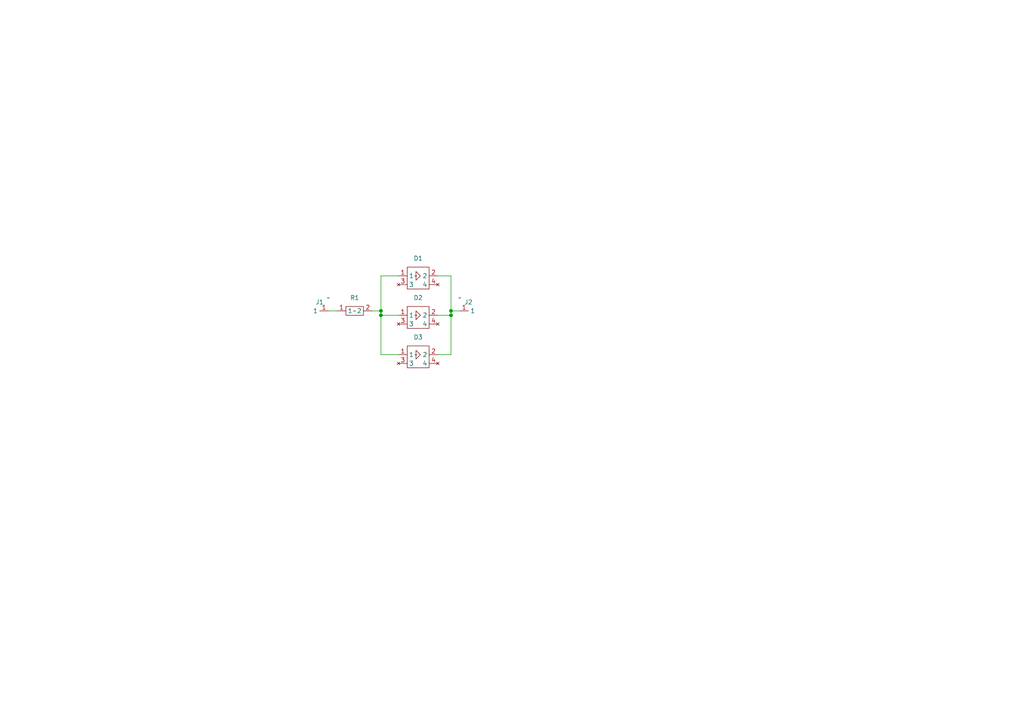
<source format=kicad_sch>
(kicad_sch (version 20230121) (generator eeschema)
  (paper "A4")
  (lib_symbols
    (symbol "LY_E65F-DAEA-35-3B5A-50-R33-Z_1"
      (property "Reference" "D" (at -1.27 3.81 0))
      (symbol "LY_E65F-DAEA-35-3B5A-50-R33-Z_1_0_1"
        (rectangle (start -2.54 2.54) (end 3.81 -3.81))
        (polyline (pts (xy 1.27 0) (xy 0 -1.27) (xy 0 1.27) (xy 1.27 0)))
      )
      (symbol "LY_E65F-DAEA-35-3B5A-50-R33-Z_1_1_1"
        (pin input line (at -5.08 0 0) (length 2.54) (name "1") (number "1"))
        (pin input line (at 6.35 0 180) (length 2.54) (name "2") (number "2"))
        (pin no_connect line (at -5.08 -2.54 0) (length 2.54) (name "3") (number "3"))
        (pin no_connect line (at 6.35 -2.54 180) (length 2.54) (name "4") (number "4"))
      )
    )
    (symbol "Star-Library:ERJP03J220V"
      (property "Reference" "R" (at 0 2.54 0))
      (symbol "ERJP03J220V_0_1"
        (rectangle (start -2.54 1.27) (end 2.54 -1.27))
      )
      (symbol "ERJP03J220V_1_1"
        (pin bidirectional line (at -5.08 0 0) (length 2.54) (name "1") (number "1"))
        (pin bidirectional line (at 5.08 0 180) (length 2.54) (name "2") (number "2"))
      )
    )
    (symbol "Star-Library:EST026"
      (property "Reference" "J" (at 0 0 0))
      (symbol "EST026_1_1"
        (pin input line (at 0 -3.81 180) (length 2.54) (name "1") (number "1"))
      )
    )
  )
  (junction (at 130.81 91.44))
  (junction (at 130.81 90.17))
  (junction (at 110.49 90.17))
  (junction (at 110.49 91.44))
  (wire (pts (xy 130.81 90.17) (xy 130.81 91.44)))
  (wire (pts (xy 127 80.01) (xy 130.81 80.01)))
  (wire (pts (xy 110.49 80.01) (xy 110.49 90.17)))
  (wire (pts (xy 130.81 90.17) (xy 133.35 90.17)))
  (wire (pts (xy 127 102.87) (xy 130.81 102.87)))
  (wire (pts (xy 110.49 91.44) (xy 115.57 91.44)))
  (wire (pts (xy 110.49 90.17) (xy 110.49 91.44)))
  (wire (pts (xy 127 91.44) (xy 130.81 91.44)))
  (wire (pts (xy 110.49 91.44) (xy 110.49 102.87)))
  (wire (pts (xy 130.81 91.44) (xy 130.81 102.87)))
  (wire (pts (xy 107.95 90.17) (xy 110.49 90.17)))
  (wire (pts (xy 115.57 102.87) (xy 110.49 102.87)))
  (wire (pts (xy 110.49 80.01) (xy 115.57 80.01)))
  (wire (pts (xy 130.81 80.01) (xy 130.81 90.17)))
  (wire (pts (xy 95.25 90.17) (xy 97.79 90.17)))
  (symbol (lib_name "LY_E65F-DAEA-35-3B5A-50-R33-Z_1") (lib_id "Star-Library:LY_E65F-DAEA-35-3B5A-50-R33-Z") (at 120.65 102.87 0) (unit 1)
    (property "Reference" "D3" (at 121.285 97.79 0))
    (property "Value" "~" (at 120.65 102.87 0))
    (property "Footprint" "Star-Library:LY_E65F-DAEA-35-3B5A-50-R33-Z" (effects hide))
  )
  (symbol (lib_id "Star-Library:EST026") (at 95.25 86.36 0) (unit 1)
    (property "Reference" "J1" (at 92.71 87.63 0))
    (property "Value" "~" (at 95.25 86.36 0))
    (property "Footprint" "Star-Library:EST026" (effects hide))
  )
  (symbol (lib_id "Star-Library:EST026") (at 133.35 86.36 0) (mirror y) (unit 1)
    (property "Reference" "J2" (at 135.89 87.63 0))
    (property "Value" "~" (at 133.35 86.36 0))
    (property "Footprint" "Star-Library:EST026" (effects hide))
  )
  (symbol (lib_name "LY_E65F-DAEA-35-3B5A-50-R33-Z_1") (lib_id "Star-Library:LY_E65F-DAEA-35-3B5A-50-R33-Z") (at 120.65 91.44 0) (unit 1)
    (property "Reference" "D2" (at 121.285 86.36 0))
    (property "Value" "~" (at 120.65 91.44 0))
    (property "Footprint" "Star-Library:LY_E65F-DAEA-35-3B5A-50-R33-Z" (effects hide))
  )
  (symbol (lib_name "LY_E65F-DAEA-35-3B5A-50-R33-Z_1") (lib_id "Star-Library:LY_E65F-DAEA-35-3B5A-50-R33-Z") (at 120.65 80.01 0) (unit 1)
    (property "Reference" "D1" (at 121.285 74.93 0))
    (property "Value" "~" (at 120.65 80.01 0))
    (property "Footprint" "Star-Library:LY_E65F-DAEA-35-3B5A-50-R33-Z" (effects hide))
  )
  (symbol (lib_id "Star-Library:ERJP03J220V") (at 102.87 90.17 0) (unit 1)
    (property "Reference" "R1" (at 102.87 86.36 0))
    (property "Value" "~" (at 102.87 90.17 0))
    (property "Footprint" "Resistor_SMD:R_0201_0603Metric" (effects hide))
  )
)
</source>
